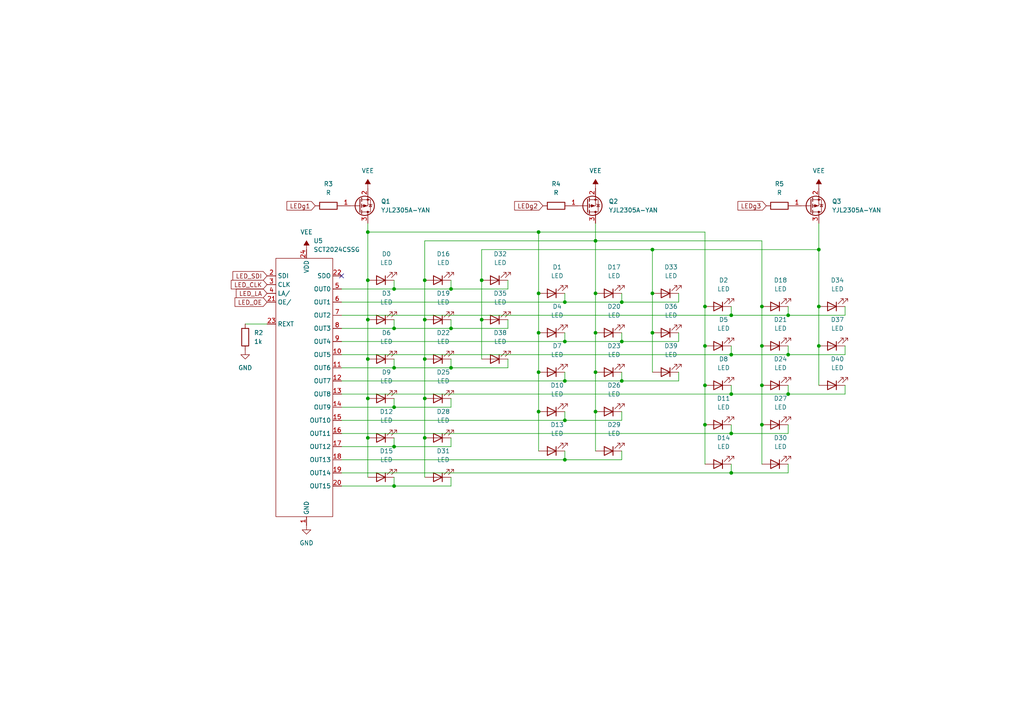
<source format=kicad_sch>
(kicad_sch (version 20211123) (generator eeschema)
  (paper "A4")
  (lib_symbols
    (symbol "Device:LED" (pin_numbers hide) (pin_names (offset 1.016) hide)
      (property "Reference" "D" (at 0 2.54 0))
      (property "Value" "LED" (at 0 -2.54 0))
      (symbol "LED_0_1"
        (polyline (pts (xy -1.27 -1.27) (xy -1.27 1.27)) (stroke (width 0.254)))
        (polyline (pts (xy -1.27 0) (xy 1.27 0)))
        (polyline (pts (xy 1.27 -1.27) (xy 1.27 1.27) (xy -1.27 0) (xy 1.27 -1.27)) (stroke (width 0.254)))
        (polyline (pts (xy -3.048 -0.762) (xy -4.572 -2.286) (xy -3.81 -2.286) (xy -4.572 -2.286) (xy -4.572 -1.524)))
        (polyline (pts (xy -1.778 -0.762) (xy -3.302 -2.286) (xy -2.54 -2.286) (xy -3.302 -2.286) (xy -3.302 -1.524)))
      )
      (symbol "LED_1_1"
        (pin passive line (at -3.81 0 0) (length 2.54) (name "K") (number "1"))
        (pin passive line (at 3.81 0 180) (length 2.54) (name "A") (number "2"))
      )
    )
    (symbol "Device:R" (pin_numbers hide) (pin_names (offset 0))
      (property "Reference" "R" (at 2.032 0 90))
      (property "Value" "R" (at 0 0 90))
      (symbol "R_0_1"
        (rectangle (start -1.016 -2.54) (end 1.016 2.54) (stroke (width 0.254)))
      )
      (symbol "R_1_1"
        (pin passive line (at 0 3.81 270) (length 1.27) (name "~") (number "1"))
        (pin passive line (at 0 -3.81 90) (length 1.27) (name "~") (number "2"))
      )
    )
    (symbol "Transistor_FET:FDN340P" (pin_names hide)
      (property "Reference" "Q" (at 5.08 1.905 0))
      (property "Value" "FDN340P" (at 5.08 0 0))
      (symbol "FDN340P_0_1"
        (polyline (pts (xy 0.254 0) (xy -2.54 0)))
        (polyline (pts (xy 0.254 1.905) (xy 0.254 -1.905)) (stroke (width 0.254)))
        (polyline (pts (xy 0.762 -1.27) (xy 0.762 -2.286)) (stroke (width 0.254)))
        (polyline (pts (xy 0.762 0.508) (xy 0.762 -0.508)) (stroke (width 0.254)))
        (polyline (pts (xy 0.762 2.286) (xy 0.762 1.27)) (stroke (width 0.254)))
        (polyline (pts (xy 2.54 2.54) (xy 2.54 1.778)))
        (polyline (pts (xy 2.54 -2.54) (xy 2.54 0) (xy 0.762 0)))
        (polyline (pts (xy 0.762 1.778) (xy 3.302 1.778) (xy 3.302 -1.778) (xy 0.762 -1.778)))
        (polyline (pts (xy 2.286 0) (xy 1.27 0.381) (xy 1.27 -0.381) (xy 2.286 0)) (fill (type outline)))
        (polyline (pts (xy 2.794 -0.508) (xy 2.921 -0.381) (xy 3.683 -0.381) (xy 3.81 -0.254)))
        (polyline (pts (xy 3.302 -0.381) (xy 2.921 0.254) (xy 3.683 0.254) (xy 3.302 -0.381)))
        (circle (center 1.651 0) (radius 2.794) (stroke (width 0.254)))
        (circle (center 2.54 -1.778) (radius 0.254) (fill (type outline)))
        (circle (center 2.54 1.778) (radius 0.254) (fill (type outline)))
      )
      (symbol "FDN340P_1_1"
        (pin input line (at -5.08 0 0) (length 2.54) (name "G") (number "1"))
        (pin passive line (at 2.54 -5.08 90) (length 2.54) (name "S") (number "2"))
        (pin passive line (at 2.54 5.08 270) (length 2.54) (name "D") (number "3"))
      )
    )
    (symbol "led_drv:SCT2024CSSG"
      (property "Reference" "U" (at 6.35 2.54 0))
      (property "Value" "SCT2024CSSG" (at -11.43 2.54 0))
      (symbol "SCT2024CSSG_0_1"
        (rectangle (start -8.89 1.27) (end 7.62 -73.66))
      )
      (symbol "SCT2024CSSG_1_1"
        (pin power_in line (at 0 -76.2 90) (length 2.54) (name "GND") (number "1"))
        (pin output line (at 10.16 -26.67 180) (length 2.54) (name "OUT5") (number "10"))
        (pin output line (at 10.16 -30.48 180) (length 2.54) (name "OUT6") (number "11"))
        (pin output line (at 10.16 -34.29 180) (length 2.54) (name "OUT7") (number "12"))
        (pin output line (at 10.16 -38.1 180) (length 2.54) (name "OUT8") (number "13"))
        (pin output line (at 10.16 -41.91 180) (length 2.54) (name "OUT9") (number "14"))
        (pin output line (at 10.16 -45.72 180) (length 2.54) (name "OUT10") (number "15"))
        (pin output line (at 10.16 -49.53 180) (length 2.54) (name "OUT11") (number "16"))
        (pin output line (at 10.16 -53.34 180) (length 2.54) (name "OUT12") (number "17"))
        (pin output line (at 10.16 -57.15 180) (length 2.54) (name "OUT13") (number "18"))
        (pin output line (at 10.16 -60.96 180) (length 2.54) (name "OUT14") (number "19"))
        (pin input line (at -11.43 -3.81 0) (length 2.54) (name "SDI") (number "2"))
        (pin output line (at 10.16 -64.77 180) (length 2.54) (name "OUT15") (number "20"))
        (pin input line (at -11.43 -11.43 0) (length 2.54) (name "OE/") (number "21"))
        (pin output line (at 10.16 -3.81 180) (length 2.54) (name "SDO") (number "22"))
        (pin bidirectional line (at -11.43 -17.78 0) (length 2.54) (name "REXT") (number "23"))
        (pin power_in line (at 0 3.81 270) (length 2.54) (name "VDD") (number "24"))
        (pin input line (at -11.43 -6.35 0) (length 2.54) (name "CLK") (number "3"))
        (pin input line (at -11.43 -8.89 0) (length 2.54) (name "LA/") (number "4"))
        (pin output line (at 10.16 -7.62 180) (length 2.54) (name "OUT0") (number "5"))
        (pin output line (at 10.16 -11.43 180) (length 2.54) (name "OUT1") (number "6"))
        (pin output line (at 10.16 -15.24 180) (length 2.54) (name "OUT2") (number "7"))
        (pin output line (at 10.16 -19.05 180) (length 2.54) (name "OUT3") (number "8"))
        (pin output line (at 10.16 -22.86 180) (length 2.54) (name "OUT4") (number "9"))
      )
    )
    (symbol "power:GND" (power) (pin_names (offset 0))
      (property "Value" "GND" (at 0 -3.81 0))
      (symbol "GND_0_1"
        (polyline (pts (xy 0 0) (xy 0 -1.27) (xy 1.27 -1.27) (xy 0 -2.54) (xy -1.27 -1.27) (xy 0 -1.27)))
      )
      (symbol "GND_1_1"
        (pin power_in line (at 0 0 270) (length 0) hide (name "GND") (number "1"))
      )
    )
    (symbol "power:VEE" (power) (pin_names (offset 0))
      (property "Value" "VEE" (at 0 3.81 0))
      (symbol "VEE_0_1"
        (polyline (pts (xy 0 0) (xy 0 2.54)))
        (polyline (pts (xy 0.762 1.27) (xy -0.762 1.27) (xy 0 2.54) (xy 0.762 1.27)) (fill (type outline)))
      )
      (symbol "VEE_1_1"
        (pin power_in line (at 0 0 90) (length 0) hide (name "VEE") (number "1"))
      )
    )
  )
  (junction (at 156.21 119.38))
  (junction (at 163.83 121.92))
  (junction (at 212.09 137.16))
  (junction (at 106.68 92.71))
  (junction (at 163.83 110.49))
  (junction (at 114.3 118.11))
  (junction (at 228.6 102.87))
  (junction (at 163.83 87.63))
  (junction (at 106.68 104.14))
  (junction (at 189.23 85.09))
  (junction (at 156.21 67.31))
  (junction (at 114.3 129.54))
  (junction (at 220.98 88.9))
  (junction (at 172.72 85.09))
  (junction (at 212.09 114.3))
  (junction (at 172.72 69.85))
  (junction (at 106.68 81.28))
  (junction (at 130.81 106.68))
  (junction (at 189.23 96.52))
  (junction (at 220.98 111.76))
  (junction (at 212.09 125.73))
  (junction (at 220.98 100.33))
  (junction (at 123.19 81.28))
  (junction (at 228.6 91.44))
  (junction (at 204.47 111.76))
  (junction (at 172.72 96.52))
  (junction (at 228.6 114.3))
  (junction (at 189.23 72.39))
  (junction (at 123.19 92.71))
  (junction (at 172.72 107.95))
  (junction (at 123.19 127))
  (junction (at 130.81 95.25))
  (junction (at 123.19 115.57))
  (junction (at 123.19 104.14))
  (junction (at 212.09 102.87))
  (junction (at 172.72 119.38))
  (junction (at 163.83 99.06))
  (junction (at 163.83 133.35))
  (junction (at 114.3 106.68))
  (junction (at 204.47 100.33))
  (junction (at 106.68 115.57))
  (junction (at 204.47 123.19))
  (junction (at 114.3 140.97))
  (junction (at 106.68 67.31))
  (junction (at 114.3 83.82))
  (junction (at 180.34 99.06))
  (junction (at 139.7 92.71))
  (junction (at 220.98 123.19))
  (junction (at 156.21 96.52))
  (junction (at 237.49 100.33))
  (junction (at 156.21 85.09))
  (junction (at 106.68 127))
  (junction (at 114.3 95.25))
  (junction (at 204.47 88.9))
  (junction (at 180.34 87.63))
  (junction (at 156.21 107.95))
  (junction (at 237.49 88.9))
  (junction (at 180.34 110.49))
  (junction (at 139.7 81.28))
  (junction (at 212.09 91.44))
  (junction (at 130.81 83.82))
  (junction (at 237.49 72.39))
  (no_connect (at 99.06 80.01))
  (wire (pts (xy 163.83 119.38) (xy 163.83 121.92)))
  (wire (pts (xy 172.72 107.95) (xy 172.72 119.38)))
  (wire (pts (xy 114.3 140.97) (xy 130.81 140.97)))
  (wire (pts (xy 130.81 104.14) (xy 130.81 106.68)))
  (wire (pts (xy 114.3 95.25) (xy 130.81 95.25)))
  (wire (pts (xy 71.12 93.98) (xy 77.47 93.98)))
  (wire (pts (xy 106.68 64.77) (xy 106.68 67.31)))
  (wire (pts (xy 130.81 81.28) (xy 130.81 83.82)))
  (wire (pts (xy 180.34 85.09) (xy 180.34 87.63)))
  (wire (pts (xy 106.68 104.14) (xy 106.68 115.57)))
  (wire (pts (xy 130.81 138.43) (xy 130.81 140.97)))
  (wire (pts (xy 228.6 88.9) (xy 228.6 91.44)))
  (wire (pts (xy 99.06 114.3) (xy 212.09 114.3)))
  (wire (pts (xy 180.34 107.95) (xy 180.34 110.49)))
  (wire (pts (xy 123.19 81.28) (xy 123.19 69.85)))
  (wire (pts (xy 156.21 67.31) (xy 204.47 67.31)))
  (wire (pts (xy 204.47 111.76) (xy 204.47 123.19)))
  (wire (pts (xy 106.68 67.31) (xy 106.68 81.28)))
  (wire (pts (xy 204.47 67.31) (xy 204.47 88.9)))
  (wire (pts (xy 180.34 110.49) (xy 196.85 110.49)))
  (wire (pts (xy 220.98 123.19) (xy 220.98 134.62)))
  (wire (pts (xy 212.09 137.16) (xy 228.6 137.16)))
  (wire (pts (xy 130.81 83.82) (xy 147.32 83.82)))
  (wire (pts (xy 196.85 96.52) (xy 196.85 99.06)))
  (wire (pts (xy 123.19 127) (xy 123.19 115.57)))
  (wire (pts (xy 99.06 91.44) (xy 212.09 91.44)))
  (wire (pts (xy 228.6 111.76) (xy 228.6 114.3)))
  (wire (pts (xy 180.34 87.63) (xy 196.85 87.63)))
  (wire (pts (xy 99.06 137.16) (xy 212.09 137.16)))
  (wire (pts (xy 163.83 130.81) (xy 163.83 133.35)))
  (wire (pts (xy 228.6 134.62) (xy 228.6 137.16)))
  (wire (pts (xy 204.47 123.19) (xy 204.47 134.62)))
  (wire (pts (xy 114.3 118.11) (xy 99.06 118.11)))
  (wire (pts (xy 172.72 69.85) (xy 220.98 69.85)))
  (wire (pts (xy 114.3 95.25) (xy 99.06 95.25)))
  (wire (pts (xy 147.32 81.28) (xy 147.32 83.82)))
  (wire (pts (xy 106.68 81.28) (xy 106.68 92.71)))
  (wire (pts (xy 114.3 140.97) (xy 99.06 140.97)))
  (wire (pts (xy 156.21 107.95) (xy 156.21 96.52)))
  (wire (pts (xy 212.09 88.9) (xy 212.09 91.44)))
  (wire (pts (xy 130.81 127) (xy 130.81 129.54)))
  (wire (pts (xy 212.09 100.33) (xy 212.09 102.87)))
  (wire (pts (xy 220.98 88.9) (xy 220.98 100.33)))
  (wire (pts (xy 163.83 87.63) (xy 180.34 87.63)))
  (wire (pts (xy 130.81 92.71) (xy 130.81 95.25)))
  (wire (pts (xy 212.09 111.76) (xy 212.09 114.3)))
  (wire (pts (xy 163.83 110.49) (xy 180.34 110.49)))
  (wire (pts (xy 147.32 92.71) (xy 147.32 95.25)))
  (wire (pts (xy 130.81 115.57) (xy 130.81 118.11)))
  (wire (pts (xy 212.09 114.3) (xy 228.6 114.3)))
  (wire (pts (xy 189.23 72.39) (xy 237.49 72.39)))
  (wire (pts (xy 189.23 96.52) (xy 189.23 85.09)))
  (wire (pts (xy 212.09 102.87) (xy 228.6 102.87)))
  (wire (pts (xy 130.81 106.68) (xy 147.32 106.68)))
  (wire (pts (xy 220.98 111.76) (xy 220.98 123.19)))
  (wire (pts (xy 228.6 114.3) (xy 245.11 114.3)))
  (wire (pts (xy 114.3 129.54) (xy 99.06 129.54)))
  (wire (pts (xy 172.72 64.77) (xy 172.72 69.85)))
  (wire (pts (xy 189.23 72.39) (xy 139.7 72.39)))
  (wire (pts (xy 228.6 102.87) (xy 245.11 102.87)))
  (wire (pts (xy 163.83 107.95) (xy 163.83 110.49)))
  (wire (pts (xy 237.49 88.9) (xy 237.49 100.33)))
  (wire (pts (xy 172.72 119.38) (xy 172.72 130.81)))
  (wire (pts (xy 156.21 67.31) (xy 106.68 67.31)))
  (wire (pts (xy 163.83 121.92) (xy 180.34 121.92)))
  (wire (pts (xy 180.34 96.52) (xy 180.34 99.06)))
  (wire (pts (xy 139.7 81.28) (xy 139.7 92.71)))
  (wire (pts (xy 99.06 87.63) (xy 163.83 87.63)))
  (wire (pts (xy 163.83 85.09) (xy 163.83 87.63)))
  (wire (pts (xy 147.32 104.14) (xy 147.32 106.68)))
  (wire (pts (xy 212.09 91.44) (xy 228.6 91.44)))
  (wire (pts (xy 114.3 92.71) (xy 114.3 95.25)))
  (wire (pts (xy 196.85 85.09) (xy 196.85 87.63)))
  (wire (pts (xy 114.3 138.43) (xy 114.3 140.97)))
  (wire (pts (xy 180.34 130.81) (xy 180.34 133.35)))
  (wire (pts (xy 180.34 99.06) (xy 196.85 99.06)))
  (wire (pts (xy 114.3 129.54) (xy 130.81 129.54)))
  (wire (pts (xy 114.3 81.28) (xy 114.3 83.82)))
  (wire (pts (xy 228.6 100.33) (xy 228.6 102.87)))
  (wire (pts (xy 156.21 85.09) (xy 156.21 67.31)))
  (wire (pts (xy 245.11 100.33) (xy 245.11 102.87)))
  (wire (pts (xy 123.19 115.57) (xy 123.19 104.14)))
  (wire (pts (xy 212.09 134.62) (xy 212.09 137.16)))
  (wire (pts (xy 130.81 95.25) (xy 147.32 95.25)))
  (wire (pts (xy 245.11 111.76) (xy 245.11 114.3)))
  (wire (pts (xy 196.85 107.95) (xy 196.85 110.49)))
  (wire (pts (xy 172.72 69.85) (xy 172.72 85.09)))
  (wire (pts (xy 156.21 130.81) (xy 156.21 119.38)))
  (wire (pts (xy 189.23 96.52) (xy 189.23 107.95)))
  (wire (pts (xy 156.21 119.38) (xy 156.21 107.95)))
  (wire (pts (xy 99.06 110.49) (xy 163.83 110.49)))
  (wire (pts (xy 212.09 125.73) (xy 228.6 125.73)))
  (wire (pts (xy 139.7 92.71) (xy 139.7 104.14)))
  (wire (pts (xy 114.3 104.14) (xy 114.3 106.68)))
  (wire (pts (xy 99.06 121.92) (xy 163.83 121.92)))
  (wire (pts (xy 114.3 106.68) (xy 130.81 106.68)))
  (wire (pts (xy 114.3 83.82) (xy 130.81 83.82)))
  (wire (pts (xy 220.98 100.33) (xy 220.98 111.76)))
  (wire (pts (xy 163.83 133.35) (xy 180.34 133.35)))
  (wire (pts (xy 123.19 104.14) (xy 123.19 92.71)))
  (wire (pts (xy 106.68 115.57) (xy 106.68 127)))
  (wire (pts (xy 114.3 127) (xy 114.3 129.54)))
  (wire (pts (xy 204.47 100.33) (xy 204.47 111.76)))
  (wire (pts (xy 139.7 72.39) (xy 139.7 81.28)))
  (wire (pts (xy 106.68 92.71) (xy 106.68 104.14)))
  (wire (pts (xy 204.47 88.9) (xy 204.47 100.33)))
  (wire (pts (xy 163.83 99.06) (xy 180.34 99.06)))
  (wire (pts (xy 114.3 115.57) (xy 114.3 118.11)))
  (wire (pts (xy 237.49 64.77) (xy 237.49 72.39)))
  (wire (pts (xy 99.06 99.06) (xy 163.83 99.06)))
  (wire (pts (xy 237.49 72.39) (xy 237.49 88.9)))
  (wire (pts (xy 228.6 123.19) (xy 228.6 125.73)))
  (wire (pts (xy 172.72 96.52) (xy 172.72 107.95)))
  (wire (pts (xy 123.19 69.85) (xy 172.72 69.85)))
  (wire (pts (xy 99.06 102.87) (xy 212.09 102.87)))
  (wire (pts (xy 245.11 88.9) (xy 245.11 91.44)))
  (wire (pts (xy 114.3 118.11) (xy 130.81 118.11)))
  (wire (pts (xy 99.06 125.73) (xy 212.09 125.73)))
  (wire (pts (xy 106.68 127) (xy 106.68 138.43)))
  (wire (pts (xy 212.09 123.19) (xy 212.09 125.73)))
  (wire (pts (xy 228.6 91.44) (xy 245.11 91.44)))
  (wire (pts (xy 156.21 96.52) (xy 156.21 85.09)))
  (wire (pts (xy 114.3 106.68) (xy 99.06 106.68)))
  (wire (pts (xy 123.19 138.43) (xy 123.19 127)))
  (wire (pts (xy 237.49 100.33) (xy 237.49 111.76)))
  (wire (pts (xy 163.83 96.52) (xy 163.83 99.06)))
  (wire (pts (xy 220.98 69.85) (xy 220.98 88.9)))
  (wire (pts (xy 114.3 83.82) (xy 99.06 83.82)))
  (wire (pts (xy 189.23 85.09) (xy 189.23 72.39)))
  (wire (pts (xy 180.34 119.38) (xy 180.34 121.92)))
  (wire (pts (xy 172.72 85.09) (xy 172.72 96.52)))
  (wire (pts (xy 123.19 92.71) (xy 123.19 81.28)))
  (wire (pts (xy 99.06 133.35) (xy 163.83 133.35)))
  (global_label "LEDg1" (shape input) (at 91.44 59.69 180) (property "Intersheet References" "${INTERSHEET_REFS}" (effects hide)))
  (global_label "LED_SDI" (shape input) (at 77.47 80.01 180) (property "Intersheet References" "${INTERSHEET_REFS}" (effects hide)))
  (global_label "LED_OE" (shape input) (at 77.47 87.63 180) (property "Intersheet References" "${INTERSHEET_REFS}" (effects hide)))
  (global_label "LEDg2" (shape input) (at 157.48 59.69 180) (property "Intersheet References" "${INTERSHEET_REFS}" (effects hide)))
  (global_label "LED_CLK" (shape input) (at 77.47 82.55 180) (property "Intersheet References" "${INTERSHEET_REFS}" (effects hide)))
  (global_label "LED_LA" (shape input) (at 77.47 85.09 180) (property "Intersheet References" "${INTERSHEET_REFS}" (effects hide)))
  (global_label "LEDg3" (shape input) (at 222.25 59.69 180) (property "Intersheet References" "${INTERSHEET_REFS}" (effects hide)))
  (symbol (lib_id "Device:LED") (at 110.49 138.43 180) (unit 1)
    (property "Reference" "D15" (at 112.0775 130.81 0))
    (property "Value" "LED" (at 112.0775 133.35 0))
    (property "Footprint" "LED_SMD:LED_0603_1608Metric_Pad1.05x0.95mm_HandSolder" (effects hide))
  )
  (symbol (lib_id "Device:LED") (at 127 115.57 180) (unit 1)
    (property "Reference" "D25" (at 128.5875 107.95 0))
    (property "Value" "LED" (at 128.5875 110.49 0))
    (property "Footprint" "LED_SMD:LED_0603_1608Metric_Pad1.05x0.95mm_HandSolder" (effects hide))
  )
  (symbol (lib_id "Device:LED") (at 143.51 81.28 180) (unit 1)
    (property "Reference" "D32" (at 145.0975 73.66 0))
    (property "Value" "LED" (at 145.0975 76.2 0))
    (property "Footprint" "LED_SMD:LED_0603_1608Metric_Pad1.05x0.95mm_HandSolder" (effects hide))
  )
  (symbol (lib_id "Device:R") (at 71.12 97.79 180) (unit 1)
    (property "Reference" "R2" (at 73.66 96.5199 0) (effects (justify right)))
    (property "Value" "1k" (at 73.66 99.0599 0) (effects (justify right)))
    (property "Footprint" "Resistor_SMD:R_0603_1608Metric_Pad0.98x0.95mm_HandSolder" (effects hide))
  )
  (symbol (lib_id "Device:LED") (at 176.53 96.52 180) (unit 1)
    (property "Reference" "D20" (at 178.1175 88.9 0))
    (property "Value" "LED" (at 178.1175 91.44 0))
    (property "Footprint" "LED_SMD:LED_0603_1608Metric_Pad1.05x0.95mm_HandSolder" (effects hide))
  )
  (symbol (lib_id "Device:LED") (at 208.28 88.9 180) (unit 1)
    (property "Reference" "D2" (at 209.8675 81.28 0))
    (property "Value" "LED" (at 209.8675 83.82 0))
    (property "Footprint" "LED_SMD:LED_0603_1608Metric_Pad1.05x0.95mm_HandSolder" (effects hide))
  )
  (symbol (lib_id "power:VEE") (at 106.68 54.61 0) (unit 1)
    (property "Reference" "#PWR0123" (effects hide))
    (property "Value" "VEE" (at 106.68 49.53 0))
  )
  (symbol (lib_id "power:VEE") (at 237.49 54.61 0) (unit 1)
    (property "Reference" "#PWR0125" (effects hide))
    (property "Value" "VEE" (at 237.49 49.53 0))
  )
  (symbol (lib_id "Device:LED") (at 143.51 104.14 180) (unit 1)
    (property "Reference" "D38" (at 145.0975 96.52 0))
    (property "Value" "LED" (at 145.0975 99.06 0))
    (property "Footprint" "LED_SMD:LED_0603_1608Metric_Pad1.05x0.95mm_HandSolder" (effects hide))
  )
  (symbol (lib_id "Transistor_FET:FDN340P") (at 104.14 59.69 0) (mirror x) (unit 1)
    (property "Reference" "Q1" (at 110.49 58.4199 0) (effects (justify left)))
    (property "Value" "YJL2305A-YAN" (at 110.49 60.9599 0) (effects (justify left)))
    (property "Footprint" "Package_TO_SOT_SMD:SOT-23" (effects hide))
    (property "Datasheet" "https://www.onsemi.com/pub/Collateral/FDN340P-D.PDF" (effects hide))
  )
  (symbol (lib_id "Device:LED") (at 110.49 127 180) (unit 1)
    (property "Reference" "D12" (at 112.0775 119.38 0))
    (property "Value" "LED" (at 112.0775 121.92 0))
    (property "Footprint" "LED_SMD:LED_0603_1608Metric_Pad1.05x0.95mm_HandSolder" (effects hide))
  )
  (symbol (lib_id "Device:LED") (at 176.53 119.38 180) (unit 1)
    (property "Reference" "D26" (at 178.1175 111.76 0))
    (property "Value" "LED" (at 178.1175 114.3 0))
    (property "Footprint" "LED_SMD:LED_0603_1608Metric_Pad1.05x0.95mm_HandSolder" (effects hide))
  )
  (symbol (lib_id "Device:LED") (at 208.28 134.62 180) (unit 1)
    (property "Reference" "D14" (at 209.8675 127 0))
    (property "Value" "LED" (at 209.8675 129.54 0))
    (property "Footprint" "LED_SMD:LED_0603_1608Metric_Pad1.05x0.95mm_HandSolder" (effects hide))
  )
  (symbol (lib_id "Device:LED") (at 110.49 104.14 180) (unit 1)
    (property "Reference" "D6" (at 112.0775 96.52 0))
    (property "Value" "LED" (at 112.0775 99.06 0))
    (property "Footprint" "LED_SMD:LED_0603_1608Metric_Pad1.05x0.95mm_HandSolder" (effects hide))
  )
  (symbol (lib_id "Device:LED") (at 160.02 119.38 180) (unit 1)
    (property "Reference" "D10" (at 161.6075 111.76 0))
    (property "Value" "LED" (at 161.6075 114.3 0))
    (property "Footprint" "LED_SMD:LED_0603_1608Metric_Pad1.05x0.95mm_HandSolder" (effects hide))
  )
  (symbol (lib_id "Device:R") (at 226.06 59.69 90) (unit 1)
    (property "Reference" "R5" (at 226.06 53.34 90))
    (property "Value" "R" (at 226.06 55.88 90))
    (property "Footprint" "Resistor_SMD:R_0603_1608Metric_Pad0.98x0.95mm_HandSolder" (effects hide))
  )
  (symbol (lib_id "Device:LED") (at 224.79 100.33 180) (unit 1)
    (property "Reference" "D21" (at 226.3775 92.71 0))
    (property "Value" "LED" (at 226.3775 95.25 0))
    (property "Footprint" "LED_SMD:LED_0603_1608Metric_Pad1.05x0.95mm_HandSolder" (effects hide))
  )
  (symbol (lib_id "Device:LED") (at 127 104.14 180) (unit 1)
    (property "Reference" "D22" (at 128.5875 96.52 0))
    (property "Value" "LED" (at 128.5875 99.06 0))
    (property "Footprint" "LED_SMD:LED_0603_1608Metric_Pad1.05x0.95mm_HandSolder" (effects hide))
  )
  (symbol (lib_id "Device:LED") (at 127 92.71 180) (unit 1)
    (property "Reference" "D19" (at 128.5875 85.09 0))
    (property "Value" "LED" (at 128.5875 87.63 0))
    (property "Footprint" "LED_SMD:LED_0603_1608Metric_Pad1.05x0.95mm_HandSolder" (effects hide))
  )
  (symbol (lib_id "Device:R") (at 95.25 59.69 90) (unit 1)
    (property "Reference" "R3" (at 95.25 53.34 90))
    (property "Value" "R" (at 95.25 55.88 90))
    (property "Footprint" "Resistor_SMD:R_0603_1608Metric_Pad0.98x0.95mm_HandSolder" (effects hide))
  )
  (symbol (lib_id "Device:LED") (at 224.79 123.19 180) (unit 1)
    (property "Reference" "D27" (at 226.3775 115.57 0))
    (property "Value" "LED" (at 226.3775 118.11 0))
    (property "Footprint" "LED_SMD:LED_0603_1608Metric_Pad1.05x0.95mm_HandSolder" (effects hide))
  )
  (symbol (lib_id "Device:LED") (at 110.49 81.28 180) (unit 1)
    (property "Reference" "D0" (at 112.0775 73.66 0))
    (property "Value" "LED" (at 112.0775 76.2 0))
    (property "Footprint" "LED_SMD:LED_0603_1608Metric_Pad1.05x0.95mm_HandSolder" (effects hide))
  )
  (symbol (lib_id "Device:LED") (at 176.53 85.09 180) (unit 1)
    (property "Reference" "D17" (at 178.1175 77.47 0))
    (property "Value" "LED" (at 178.1175 80.01 0))
    (property "Footprint" "LED_SMD:LED_0603_1608Metric_Pad1.05x0.95mm_HandSolder" (effects hide))
  )
  (symbol (lib_id "led_drv:SCT2024CSSG") (at 88.9 76.2 0) (unit 1)
    (property "Reference" "U5" (at 90.9194 69.85 0) (effects (justify left)))
    (property "Value" "SCT2024CSSG" (at 90.9194 72.39 0) (effects (justify left)))
    (property "Footprint" "Package_SO:SOP-24_7.5x15.4mm_P1.27mm" (effects hide))
  )
  (symbol (lib_id "Device:LED") (at 224.79 88.9 180) (unit 1)
    (property "Reference" "D18" (at 226.3775 81.28 0))
    (property "Value" "LED" (at 226.3775 83.82 0))
    (property "Footprint" "LED_SMD:LED_0603_1608Metric_Pad1.05x0.95mm_HandSolder" (effects hide))
  )
  (symbol (lib_id "Device:LED") (at 176.53 107.95 180) (unit 1)
    (property "Reference" "D23" (at 178.1175 100.33 0))
    (property "Value" "LED" (at 178.1175 102.87 0))
    (property "Footprint" "LED_SMD:LED_0603_1608Metric_Pad1.05x0.95mm_HandSolder" (effects hide))
  )
  (symbol (lib_id "Device:LED") (at 127 127 180) (unit 1)
    (property "Reference" "D28" (at 128.5875 119.38 0))
    (property "Value" "LED" (at 128.5875 121.92 0))
    (property "Footprint" "LED_SMD:LED_0603_1608Metric_Pad1.05x0.95mm_HandSolder" (effects hide))
  )
  (symbol (lib_id "Device:LED") (at 224.79 134.62 180) (unit 1)
    (property "Reference" "D30" (at 226.3775 127 0))
    (property "Value" "LED" (at 226.3775 129.54 0))
    (property "Footprint" "LED_SMD:LED_0603_1608Metric_Pad1.05x0.95mm_HandSolder" (effects hide))
  )
  (symbol (lib_id "power:VEE") (at 88.9 72.39 0) (unit 1)
    (property "Reference" "#PWR0122" (effects hide))
    (property "Value" "VEE" (at 88.9 67.31 0))
  )
  (symbol (lib_id "Device:LED") (at 208.28 111.76 180) (unit 1)
    (property "Reference" "D8" (at 209.8675 104.14 0))
    (property "Value" "LED" (at 209.8675 106.68 0))
    (property "Footprint" "LED_SMD:LED_0603_1608Metric_Pad1.05x0.95mm_HandSolder" (effects hide))
  )
  (symbol (lib_id "Device:LED") (at 127 138.43 180) (unit 1)
    (property "Reference" "D31" (at 128.5875 130.81 0))
    (property "Value" "LED" (at 128.5875 133.35 0))
    (property "Footprint" "LED_SMD:LED_0603_1608Metric_Pad1.05x0.95mm_HandSolder" (effects hide))
  )
  (symbol (lib_id "Device:LED") (at 193.04 85.09 180) (unit 1)
    (property "Reference" "D33" (at 194.6275 77.47 0))
    (property "Value" "LED" (at 194.6275 80.01 0))
    (property "Footprint" "LED_SMD:LED_0603_1608Metric_Pad1.05x0.95mm_HandSolder" (effects hide))
  )
  (symbol (lib_id "Device:LED") (at 193.04 96.52 180) (unit 1)
    (property "Reference" "D36" (at 194.6275 88.9 0))
    (property "Value" "LED" (at 194.6275 91.44 0))
    (property "Footprint" "LED_SMD:LED_0603_1608Metric_Pad1.05x0.95mm_HandSolder" (effects hide))
  )
  (symbol (lib_id "Device:LED") (at 110.49 92.71 180) (unit 1)
    (property "Reference" "D3" (at 112.0775 85.09 0))
    (property "Value" "LED" (at 112.0775 87.63 0))
    (property "Footprint" "LED_SMD:LED_0603_1608Metric_Pad1.05x0.95mm_HandSolder" (effects hide))
  )
  (symbol (lib_id "Transistor_FET:FDN340P") (at 170.18 59.69 0) (mirror x) (unit 1)
    (property "Reference" "Q2" (at 176.53 58.4199 0) (effects (justify left)))
    (property "Value" "YJL2305A-YAN" (at 176.53 60.9599 0) (effects (justify left)))
    (property "Footprint" "Package_TO_SOT_SMD:SOT-23" (effects hide))
    (property "Datasheet" "https://www.onsemi.com/pub/Collateral/FDN340P-D.PDF" (effects hide))
  )
  (symbol (lib_id "Device:R") (at 161.29 59.69 90) (unit 1)
    (property "Reference" "R4" (at 161.29 53.34 90))
    (property "Value" "R" (at 161.29 55.88 90))
    (property "Footprint" "Resistor_SMD:R_0603_1608Metric_Pad0.98x0.95mm_HandSolder" (effects hide))
  )
  (symbol (lib_id "Device:LED") (at 160.02 107.95 180) (unit 1)
    (property "Reference" "D7" (at 161.6075 100.33 0))
    (property "Value" "LED" (at 161.6075 102.87 0))
    (property "Footprint" "LED_SMD:LED_0603_1608Metric_Pad1.05x0.95mm_HandSolder" (effects hide))
  )
  (symbol (lib_id "Device:LED") (at 160.02 85.09 180) (unit 1)
    (property "Reference" "D1" (at 161.6075 77.47 0))
    (property "Value" "LED" (at 161.6075 80.01 0))
    (property "Footprint" "LED_SMD:LED_0603_1608Metric_Pad1.05x0.95mm_HandSolder" (effects hide))
  )
  (symbol (lib_id "Device:LED") (at 241.3 111.76 180) (unit 1)
    (property "Reference" "D40" (at 242.8875 104.14 0))
    (property "Value" "LED" (at 242.8875 106.68 0))
    (property "Footprint" "LED_SMD:LED_0603_1608Metric_Pad1.05x0.95mm_HandSolder" (effects hide))
  )
  (symbol (lib_id "Device:LED") (at 208.28 100.33 180) (unit 1)
    (property "Reference" "D5" (at 209.8675 92.71 0))
    (property "Value" "LED" (at 209.8675 95.25 0))
    (property "Footprint" "LED_SMD:LED_0603_1608Metric_Pad1.05x0.95mm_HandSolder" (effects hide))
  )
  (symbol (lib_id "power:GND") (at 71.12 101.6 0) (unit 1)
    (property "Reference" "#PWR0126" (effects hide))
    (property "Value" "GND" (at 71.12 106.68 0))
  )
  (symbol (lib_id "Device:LED") (at 127 81.28 180) (unit 1)
    (property "Reference" "D16" (at 128.5875 73.66 0))
    (property "Value" "LED" (at 128.5875 76.2 0))
    (property "Footprint" "LED_SMD:LED_0603_1608Metric_Pad1.05x0.95mm_HandSolder" (effects hide))
  )
  (symbol (lib_id "Device:LED") (at 241.3 88.9 180) (unit 1)
    (property "Reference" "D34" (at 242.8875 81.28 0))
    (property "Value" "LED" (at 242.8875 83.82 0))
    (property "Footprint" "LED_SMD:LED_0603_1608Metric_Pad1.05x0.95mm_HandSolder" (effects hide))
  )
  (symbol (lib_id "Device:LED") (at 160.02 96.52 180) (unit 1)
    (property "Reference" "D4" (at 161.6075 88.9 0))
    (property "Value" "LED" (at 161.6075 91.44 0))
    (property "Footprint" "LED_SMD:LED_0603_1608Metric_Pad1.05x0.95mm_HandSolder" (effects hide))
  )
  (symbol (lib_id "power:VEE") (at 172.72 54.61 0) (unit 1)
    (property "Reference" "#PWR0124" (effects hide))
    (property "Value" "VEE" (at 172.72 49.53 0))
  )
  (symbol (lib_id "Device:LED") (at 143.51 92.71 180) (unit 1)
    (property "Reference" "D35" (at 145.0975 85.09 0))
    (property "Value" "LED" (at 145.0975 87.63 0))
    (property "Footprint" "LED_SMD:LED_0603_1608Metric_Pad1.05x0.95mm_HandSolder" (effects hide))
  )
  (symbol (lib_id "Device:LED") (at 160.02 130.81 180) (unit 1)
    (property "Reference" "D13" (at 161.6075 123.19 0))
    (property "Value" "LED" (at 161.6075 125.73 0))
    (property "Footprint" "LED_SMD:LED_0603_1608Metric_Pad1.05x0.95mm_HandSolder" (effects hide))
  )
  (symbol (lib_id "Device:LED") (at 224.79 111.76 180) (unit 1)
    (property "Reference" "D24" (at 226.3775 104.14 0))
    (property "Value" "LED" (at 226.3775 106.68 0))
    (property "Footprint" "LED_SMD:LED_0603_1608Metric_Pad1.05x0.95mm_HandSolder" (effects hide))
  )
  (symbol (lib_id "Device:LED") (at 193.04 107.95 180) (unit 1)
    (property "Reference" "D39" (at 194.6275 100.33 0))
    (property "Value" "LED" (at 194.6275 102.87 0))
    (property "Footprint" "LED_SMD:LED_0603_1608Metric_Pad1.05x0.95mm_HandSolder" (effects hide))
  )
  (symbol (lib_id "Device:LED") (at 208.28 123.19 180) (unit 1)
    (property "Reference" "D11" (at 209.8675 115.57 0))
    (property "Value" "LED" (at 209.8675 118.11 0))
    (property "Footprint" "LED_SMD:LED_0603_1608Metric_Pad1.05x0.95mm_HandSolder" (effects hide))
  )
  (symbol (lib_id "Transistor_FET:FDN340P") (at 234.95 59.69 0) (mirror x) (unit 1)
    (property "Reference" "Q3" (at 241.3 58.4199 0) (effects (justify left)))
    (property "Value" "YJL2305A-YAN" (at 241.3 60.9599 0) (effects (justify left)))
    (property "Footprint" "Package_TO_SOT_SMD:SOT-23" (effects hide))
    (property "Datasheet" "https://www.onsemi.com/pub/Collateral/FDN340P-D.PDF" (effects hide))
  )
  (symbol (lib_id "power:GND") (at 88.9 152.4 0) (unit 1)
    (property "Reference" "#PWR0127" (effects hide))
    (property "Value" "GND" (at 88.9 157.48 0))
  )
  (symbol (lib_id "Device:LED") (at 110.49 115.57 180) (unit 1)
    (property "Reference" "D9" (at 112.0775 107.95 0))
    (property "Value" "LED" (at 112.0775 110.49 0))
    (property "Footprint" "LED_SMD:LED_0603_1608Metric_Pad1.05x0.95mm_HandSolder" (effects hide))
  )
  (symbol (lib_id "Device:LED") (at 241.3 100.33 180) (unit 1)
    (property "Reference" "D37" (at 242.8875 92.71 0))
    (property "Value" "LED" (at 242.8875 95.25 0))
    (property "Footprint" "LED_SMD:LED_0603_1608Metric_Pad1.05x0.95mm_HandSolder" (effects hide))
  )
  (symbol (lib_id "Device:LED") (at 176.53 130.81 180) (unit 1)
    (property "Reference" "D29" (at 178.1175 123.19 0))
    (property "Value" "LED" (at 178.1175 125.73 0))
    (property "Footprint" "LED_SMD:LED_0603_1608Metric_Pad1.05x0.95mm_HandSolder" (effects hide))
  )
)
</source>
